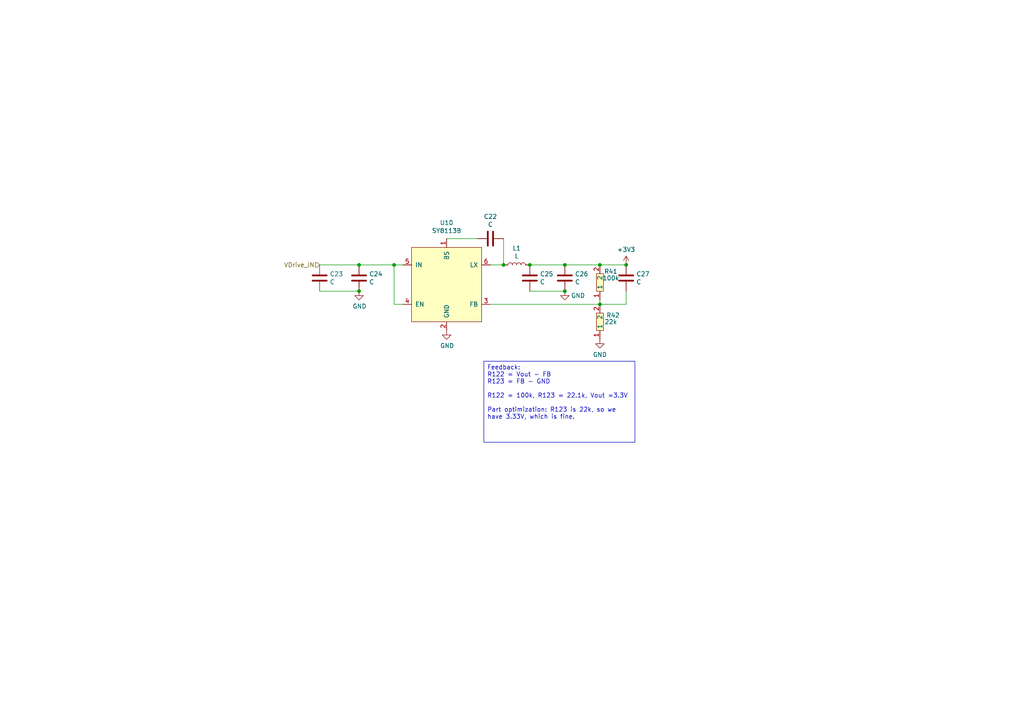
<source format=kicad_sch>
(kicad_sch (version 20230121) (generator eeschema)
  (paper "A4")
  (title_block (title "Frankenstein Controller") (company "wirkbetrieb.net / Tom Eichhorn"))
  (lib_symbols
    (symbol "Device:C" (pin_numbers hide) (pin_names (offset 0.254))
      (property "Reference" "C" (at 0.635 2.54 0))
      (property "Value" "C" (at 0.635 -2.54 0))
      (symbol "C_0_1"
        (polyline (pts (xy -2.032 -0.762) (xy 2.032 -0.762)) (stroke (width 0.508)))
        (polyline (pts (xy -2.032 0.762) (xy 2.032 0.762)) (stroke (width 0.508)))
      )
      (symbol "C_1_1"
        (pin passive line (at 0 3.81 270) (length 2.794) (name "~") (number "1"))
        (pin passive line (at 0 -3.81 90) (length 2.794) (name "~") (number "2"))
      )
    )
    (symbol "Device:L" (pin_numbers hide) (pin_names (offset 1.016) hide)
      (property "Reference" "L" (at -1.27 0 90))
      (property "Value" "L" (at 1.905 0 90))
      (symbol "L_0_1"
        (arc (start 0 -2.54) (mid 0.6323 -1.905) (end 0 -1.27))
        (arc (start 0 -1.27) (mid 0.6323 -0.635) (end 0 0))
        (arc (start 0 0) (mid 0.6323 0.635) (end 0 1.27))
        (arc (start 0 1.27) (mid 0.6323 1.905) (end 0 2.54))
      )
      (symbol "L_1_1"
        (pin passive line (at 0 3.81 270) (length 1.27) (name "1") (number "1"))
        (pin passive line (at 0 -3.81 90) (length 1.27) (name "2") (number "2"))
      )
    )
    (symbol "Silergy:SY8113B" (pin_names (offset 1.016))
      (property "Reference" "U" (at -8.89 11.43 0))
      (property "Value" "SY8113B" (at 0 0 0))
      (symbol "SY8113B_0_0"
        (pin input line (at 0 12.7 270) (length 2.54) (name "BS") (number "1"))
        (pin power_in line (at 0 -13.97 90) (length 2.54) (name "GND") (number "2"))
        (pin input line (at 12.7 -6.35 180) (length 2.54) (name "FB") (number "3"))
        (pin input line (at -12.7 -6.35 0) (length 2.54) (name "EN") (number "4"))
        (pin power_in line (at -12.7 5.08 0) (length 2.54) (name "IN") (number "5"))
        (pin output line (at 12.7 5.08 180) (length 2.54) (name "LX") (number "6"))
      )
      (symbol "SY8113B_0_1"
        (rectangle (start -10.16 10.16) (end 10.16 -11.43) (fill (type background)))
      )
    )
    (symbol "easyeda2kicad:0805W8F1003T5E_C149504"
      (property "Reference" "R" (at 0 5.08 0))
      (property "Value" "0805W8F1003T5E_C149504" (at 0 -5.08 0))
      (symbol "0805W8F1003T5E_C149504_0_1"
        (rectangle (start -2.54 1.02) (end 2.54 -1.02) (fill (type background)))
        (pin unspecified line (at -5.08 0 0) (length 2.54) (name "1") (number "1"))
        (pin unspecified line (at 5.08 0 180) (length 2.54) (name "2") (number "2"))
      )
    )
    (symbol "easyeda2kicad:0805W8F2202T5E"
      (property "Reference" "R" (at 0 5.08 0))
      (property "Value" "0805W8F2202T5E" (at 0 -5.08 0))
      (symbol "0805W8F2202T5E_0_1"
        (rectangle (start -2.54 1.02) (end 2.54 -1.02) (fill (type background)))
        (pin input line (at -5.08 0 0) (length 2.54) (name "1") (number "1"))
        (pin input line (at 5.08 0 180) (length 2.54) (name "2") (number "2"))
      )
    )
    (symbol "power:+3V3" (power) (pin_names (offset 0))
      (property "Value" "+3V3" (at 0 3.556 0))
      (symbol "+3V3_0_1"
        (polyline (pts (xy -0.762 1.27) (xy 0 2.54)))
        (polyline (pts (xy 0 0) (xy 0 2.54)))
        (polyline (pts (xy 0 2.54) (xy 0.762 1.27)))
      )
      (symbol "+3V3_1_1"
        (pin power_in line (at 0 0 90) (length 0) hide (name "+3V3") (number "1"))
      )
    )
    (symbol "power:GND" (power) (pin_names (offset 0))
      (property "Value" "GND" (at 0 -3.81 0))
      (symbol "GND_0_1"
        (polyline (pts (xy 0 0) (xy 0 -1.27) (xy 1.27 -1.27) (xy 0 -2.54) (xy -1.27 -1.27) (xy 0 -1.27)))
      )
      (symbol "GND_1_1"
        (pin power_in line (at 0 0 270) (length 0) hide (name "GND") (number "1"))
      )
    )
  )
  (junction (at 163.83 76.835))
  (junction (at 104.14 84.455))
  (junction (at 173.99 76.835))
  (junction (at 146.05 76.835))
  (junction (at 153.67 76.835))
  (junction (at 163.83 84.455))
  (junction (at 104.14 76.835))
  (junction (at 181.61 76.835))
  (junction (at 114.3 76.835))
  (junction (at 173.99 88.265))
  (wire (pts (xy 114.3 76.835) (xy 104.14 76.835)))
  (wire (pts (xy 116.84 76.835) (xy 114.3 76.835)))
  (wire (pts (xy 173.99 76.835) (xy 181.61 76.835)))
  (wire (pts (xy 146.05 69.215) (xy 146.05 76.835)))
  (wire (pts (xy 92.71 76.835) (xy 104.14 76.835)))
  (wire (pts (xy 181.61 88.265) (xy 173.99 88.265)))
  (wire (pts (xy 92.71 84.455) (xy 104.14 84.455)))
  (wire (pts (xy 138.43 69.215) (xy 129.54 69.215)))
  (wire (pts (xy 153.67 84.455) (xy 163.83 84.455)))
  (wire (pts (xy 116.84 88.265) (xy 114.3 88.265)))
  (wire (pts (xy 163.83 76.835) (xy 173.99 76.835)))
  (wire (pts (xy 153.67 76.835) (xy 163.83 76.835)))
  (wire (pts (xy 181.61 84.455) (xy 181.61 88.265)))
  (wire (pts (xy 142.24 88.265) (xy 173.99 88.265)))
  (wire (pts (xy 114.3 88.265) (xy 114.3 76.835)))
  (wire (pts (xy 173.99 86.995) (xy 173.99 88.265)))
  (wire (pts (xy 146.05 76.835) (xy 142.24 76.835)))
  (text_box "Feedback:\nR122 = Vout - FB\nR123 = FB - GND\n\nR122 = 100k, R123 = 22.1k, Vout =3.3V\n\nPart optimization: R123 is 22k, so we have 3.33V, which is fine." (at 140.335 104.775 0) (size 43.815 23.495) (effects (font (size 1.27 1.27)) (justify left top)))
  (hierarchical_label "VDrive_IN" (shape input) (at 92.71 76.835 180))
  (symbol (lib_id "Device:C") (at 104.14 80.645 0) (unit 1)
    (property "Reference" "C24" (at 107.061 79.4766 0) (effects (justify left)))
    (property "Value" "C" (at 107.061 81.788 0) (effects (justify left)))
    (property "Footprint" "Capacitor_SMD:C_0805_2012Metric" (effects hide))
    (property "LCSC" "C45783" (effects hide))
    (instances (project "frankenstein_enlarger_controller" (path "" (reference "C24") (unit 1))) (project "ATAPIMega" (path "" (reference "C10") (unit 1))))
  )
  (symbol (lib_id "Device:L") (at 149.86 76.835 90) (unit 1)
    (property "Reference" "L1" (at 149.86 72.009 90))
    (property "Value" "L" (at 149.86 74.3204 90))
    (property "Footprint" "Inductor_SMD:L_Bourns_SRP7028A_7.3x6.6mm" (effects hide))
    (property "LCSC" "C207840" (effects hide))
  )
  (symbol (lib_id "Device:C") (at 92.71 80.645 0) (unit 1)
    (property "Reference" "C23" (at 95.631 79.4766 0) (effects (justify left)))
    (property "Value" "C" (at 95.631 81.788 0) (effects (justify left)))
    (property "Footprint" "Capacitor_SMD:C_0805_2012Metric" (effects hide))
    (property "LCSC" "C45783" (effects hide))
    (instances (project "frankenstein_enlarger_controller" (path "" (reference "C23") (unit 1))) (project "ATAPIMega" (path "" (reference "C9") (unit 1))))
  )
  (symbol (lib_id "power:GND") (at 173.99 98.425 0) (unit 1)
    (property "Reference" "#PWR050" (effects hide))
    (property "Value" "GND" (at 173.99 102.87 0))
    (instances (project "frankenstein_enlarger_controller" (path "" (reference "#PWR050") (unit 1))) (project "ATAPIMega" (path "" (reference "#PWR0130") (unit 1))))
  )
  (symbol (lib_id "power:+3V3") (at 181.61 76.835 0) (unit 1)
    (property "Reference" "#PWR046" (effects hide))
    (property "Value" "+3V3" (at 181.61 72.39 0))
  )
  (symbol (lib_id "power:GND") (at 129.54 95.885 0) (unit 1)
    (property "Reference" "#PWR049" (effects hide))
    (property "Value" "GND" (at 129.667 100.2792 0))
    (instances (project "frankenstein_enlarger_controller" (path "" (reference "#PWR049") (unit 1))) (project "ATAPIMega" (path "" (reference "#PWR0125") (unit 1))))
  )
  (symbol (lib_id "Silergy:SY8113B") (at 129.54 81.915 0) (unit 1)
    (property "Reference" "U10" (at 129.54 64.6176 0))
    (property "Value" "SY8113B" (at 129.54 66.929 0))
    (property "Footprint" "easyeda2kicad:TSOT-23-6_L2.9-W1.6-P0.95-LS2.8-BR" (effects hide))
    (property "Datasheet" "https://datasheet.lcsc.com/szlcsc/Silergy-Corp-SY8113BADC_C78989.pdf" (effects hide))
    (property "LCSC" "C78989" (effects hide))
    (instances (project "frankenstein_enlarger_controller" (path "" (reference "U10") (unit 1))) (project "ATAPIMega" (path "" (reference "U3") (unit 1))))
  )
  (symbol (lib_id "Device:C") (at 181.61 80.645 0) (unit 1)
    (property "Reference" "C27" (at 184.531 79.4766 0) (effects (justify left)))
    (property "Value" "C" (at 184.531 81.788 0) (effects (justify left)))
    (property "Footprint" "Capacitor_SMD:C_0402_1005Metric" (effects hide))
    (property "LCSC" "C1555" (effects hide))
    (instances (project "frankenstein_enlarger_controller" (path "" (reference "C27") (unit 1))) (project "ATAPIMega" (path "" (reference "C14") (unit 1))))
  )
  (symbol (lib_id "Device:C") (at 142.24 69.215 270) (unit 1)
    (property "Reference" "C22" (at 142.24 62.8142 90))
    (property "Value" "C" (at 142.24 65.1256 90))
    (property "Footprint" "Capacitor_SMD:C_0402_1005Metric" (effects hide))
    (property "LCSC" " C1525" (effects hide))
    (instances (project "frankenstein_enlarger_controller" (path "" (reference "C22") (unit 1))) (project "ATAPIMega" (path "" (reference "C11") (unit 1))))
  )
  (symbol (lib_id "Device:C") (at 153.67 80.645 0) (unit 1)
    (property "Reference" "C25" (at 156.591 79.4766 0) (effects (justify left)))
    (property "Value" "C" (at 156.591 81.788 0) (effects (justify left)))
    (property "Footprint" "Capacitor_SMD:C_0805_2012Metric" (effects hide))
    (property "LCSC" "C45783" (effects hide))
    (instances (project "frankenstein_enlarger_controller" (path "" (reference "C25") (unit 1))) (project "ATAPIMega" (path "" (reference "C12") (unit 1))))
  )
  (symbol (lib_id "power:GND") (at 163.83 84.455 0) (unit 1)
    (property "Reference" "#PWR048" (effects hide))
    (property "Value" "GND" (at 167.64 85.725 0))
    (instances (project "frankenstein_enlarger_controller" (path "" (reference "#PWR048") (unit 1))) (project "ATAPIMega" (path "" (reference "#PWR0128") (unit 1))))
  )
  (symbol (lib_id "easyeda2kicad:0805W8F2202T5E") (at 173.99 93.345 90) (unit 1)
    (property "Reference" "R42" (at 177.8 91.44 90))
    (property "Value" "22k" (at 177.165 93.345 90))
    (property "Footprint" "easyeda2kicad:R0805" (effects hide))
    (property "Datasheet" "https://lcsc.com/product-detail/Chip-Resistor-Surface-Mount-UniOhm_22KR-2202-1_C17560.html" (effects hide))
    (property "LCSC" "C22984" (effects hide))
    (property "LCSC Part" "C17560" (effects hide))
    (instances (project "frankenstein_enlarger_controller" (path "" (reference "R42") (unit 1))) (project "ATAPIMega" (path "" (reference "R10") (unit 1))))
  )
  (symbol (lib_id "easyeda2kicad:0805W8F1003T5E_C149504") (at 173.99 81.915 90) (unit 1)
    (property "Reference" "R41" (at 177.165 78.74 90))
    (property "Value" "100k" (at 177.165 80.645 90))
    (property "Footprint" "easyeda2kicad:R0805" (effects hide))
    (property "Datasheet" "https://lcsc.com/product-detail/Chip-Resistor-Surface-Mount-UniOhm_Uniroyal-Elec-0805W8F1003T5E_C149504.html" (effects hide))
    (property "LCSC" "C22961" (effects hide))
    (property "LCSC Part" "C149504" (effects hide))
    (instances (project "frankenstein_enlarger_controller" (path "" (reference "R41") (unit 1))) (project "ATAPIMega" (path "" (reference "R9") (unit 1))))
  )
  (symbol (lib_id "power:GND") (at 104.14 84.455 0) (unit 1)
    (property "Reference" "#PWR047" (effects hide))
    (property "Value" "GND" (at 104.267 88.8492 0))
    (instances (project "frankenstein_enlarger_controller" (path "" (reference "#PWR047") (unit 1))) (project "ATAPIMega" (path "" (reference "#PWR0126") (unit 1))))
  )
  (symbol (lib_id "Device:C") (at 163.83 80.645 0) (unit 1)
    (property "Reference" "C26" (at 166.751 79.4766 0) (effects (justify left)))
    (property "Value" "C" (at 166.751 81.788 0) (effects (justify left)))
    (property "Footprint" "Capacitor_SMD:C_0805_2012Metric" (effects hide))
    (property "LCSC" "C45783" (effects hide))
    (instances (project "frankenstein_enlarger_controller" (path "" (reference "C26") (unit 1))) (project "ATAPIMega" (path "" (reference "C13") (unit 1))))
  )
)
</source>
